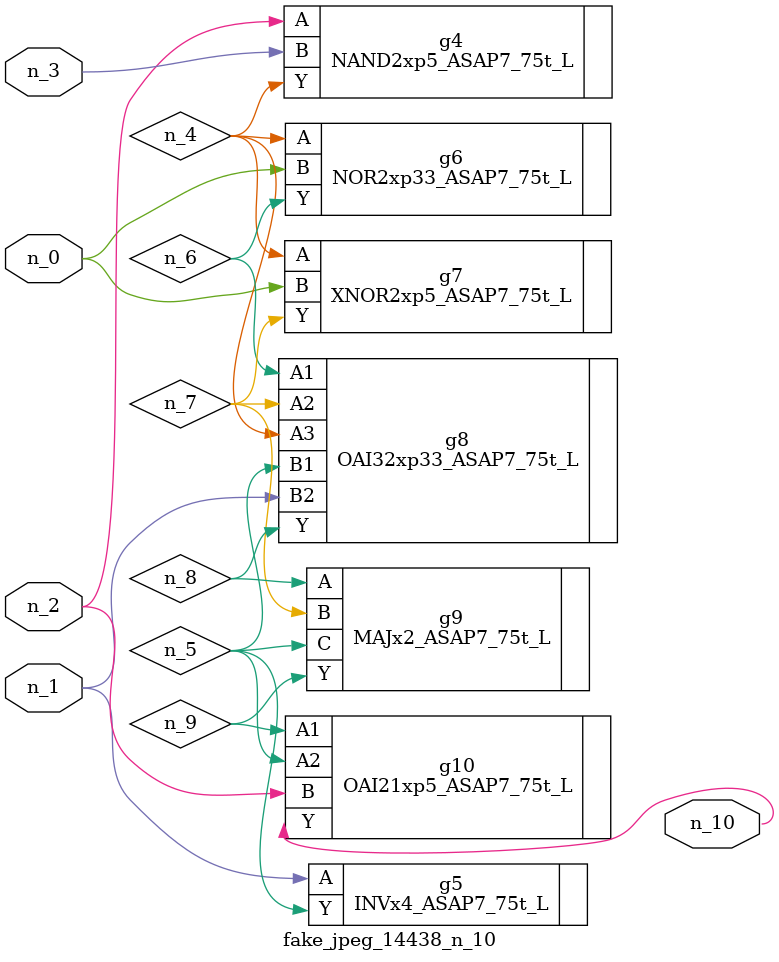
<source format=v>
module fake_jpeg_14438_n_10 (n_0, n_3, n_2, n_1, n_10);

input n_0;
input n_3;
input n_2;
input n_1;

output n_10;

wire n_4;
wire n_8;
wire n_9;
wire n_6;
wire n_5;
wire n_7;

NAND2xp5_ASAP7_75t_L g4 ( 
.A(n_2),
.B(n_3),
.Y(n_4)
);

INVx4_ASAP7_75t_L g5 ( 
.A(n_1),
.Y(n_5)
);

NOR2xp33_ASAP7_75t_L g6 ( 
.A(n_4),
.B(n_0),
.Y(n_6)
);

OAI32xp33_ASAP7_75t_L g8 ( 
.A1(n_6),
.A2(n_7),
.A3(n_4),
.B1(n_5),
.B2(n_1),
.Y(n_8)
);

XNOR2xp5_ASAP7_75t_L g7 ( 
.A(n_4),
.B(n_0),
.Y(n_7)
);

MAJx2_ASAP7_75t_L g9 ( 
.A(n_8),
.B(n_7),
.C(n_5),
.Y(n_9)
);

OAI21xp5_ASAP7_75t_L g10 ( 
.A1(n_9),
.A2(n_5),
.B(n_2),
.Y(n_10)
);


endmodule
</source>
